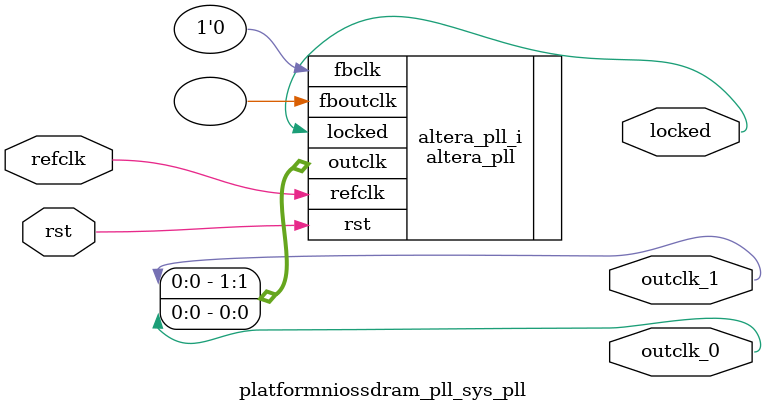
<source format=v>
`timescale 1ns/10ps
module  platformniossdram_pll_sys_pll(

	// interface 'refclk'
	input wire refclk,

	// interface 'reset'
	input wire rst,

	// interface 'outclk0'
	output wire outclk_0,

	// interface 'outclk1'
	output wire outclk_1,

	// interface 'locked'
	output wire locked
);

	altera_pll #(
		.fractional_vco_multiplier("false"),
		.reference_clock_frequency("50.0 MHz"),
		.operation_mode("direct"),
		.number_of_clocks(2),
		.output_clock_frequency0("50.000000 MHz"),
		.phase_shift0("0 ps"),
		.duty_cycle0(50),
		.output_clock_frequency1("50.000000 MHz"),
		.phase_shift1("-3000 ps"),
		.duty_cycle1(50),
		.output_clock_frequency2("0 MHz"),
		.phase_shift2("0 ps"),
		.duty_cycle2(50),
		.output_clock_frequency3("0 MHz"),
		.phase_shift3("0 ps"),
		.duty_cycle3(50),
		.output_clock_frequency4("0 MHz"),
		.phase_shift4("0 ps"),
		.duty_cycle4(50),
		.output_clock_frequency5("0 MHz"),
		.phase_shift5("0 ps"),
		.duty_cycle5(50),
		.output_clock_frequency6("0 MHz"),
		.phase_shift6("0 ps"),
		.duty_cycle6(50),
		.output_clock_frequency7("0 MHz"),
		.phase_shift7("0 ps"),
		.duty_cycle7(50),
		.output_clock_frequency8("0 MHz"),
		.phase_shift8("0 ps"),
		.duty_cycle8(50),
		.output_clock_frequency9("0 MHz"),
		.phase_shift9("0 ps"),
		.duty_cycle9(50),
		.output_clock_frequency10("0 MHz"),
		.phase_shift10("0 ps"),
		.duty_cycle10(50),
		.output_clock_frequency11("0 MHz"),
		.phase_shift11("0 ps"),
		.duty_cycle11(50),
		.output_clock_frequency12("0 MHz"),
		.phase_shift12("0 ps"),
		.duty_cycle12(50),
		.output_clock_frequency13("0 MHz"),
		.phase_shift13("0 ps"),
		.duty_cycle13(50),
		.output_clock_frequency14("0 MHz"),
		.phase_shift14("0 ps"),
		.duty_cycle14(50),
		.output_clock_frequency15("0 MHz"),
		.phase_shift15("0 ps"),
		.duty_cycle15(50),
		.output_clock_frequency16("0 MHz"),
		.phase_shift16("0 ps"),
		.duty_cycle16(50),
		.output_clock_frequency17("0 MHz"),
		.phase_shift17("0 ps"),
		.duty_cycle17(50),
		.pll_type("General"),
		.pll_subtype("General")
	) altera_pll_i (
		.rst	(rst),
		.outclk	({outclk_1, outclk_0}),
		.locked	(locked),
		.fboutclk	( ),
		.fbclk	(1'b0),
		.refclk	(refclk)
	);
endmodule


</source>
